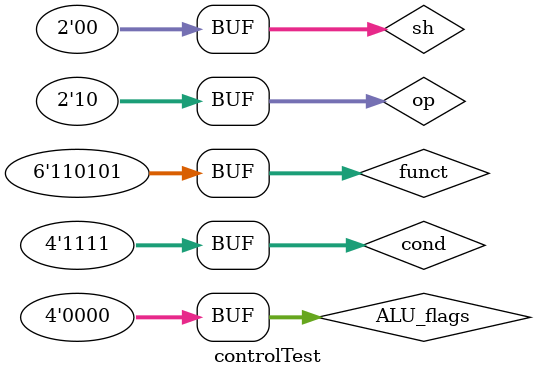
<source format=v>
`timescale 1ns / 1ps


module controlTest;

	// Inputs
	reg [3:0] cond;
	reg [1:0] op;
	reg [5:0] funct;
	reg [1:0] sh;
	reg [3:0] ALU_flags;

	// Outputs
	wire ALU_set;
	wire sel_PC;
	wire sel_dirA;
	wire [1:0] imm_src;
	wire reg_wr;
	wire sel_B;
	wire mem_wr;
	wire sel_WB;
	wire sel_dest;
	wire [2:0] ALU_ctrl;

	// Instantiate the Unit Under Test (UUT)
	Control uut (
		.cond(cond), 
		.op(op), 
		.funct(funct), 
		.sh(sh), 
		.ALU_flags(ALU_flags), 
		.ALU_set(ALU_set), 
		.sel_PC(sel_PC), 
		.sel_dirA(sel_dirA), 
		.imm_src(imm_src), 
		.reg_wr(reg_wr), 
		.sel_B(sel_B), 
		.mem_wr(mem_wr), 
		.sel_WB(sel_WB), 
		.sel_dest(sel_dest), 
		.ALU_ctrl(ALU_ctrl)
	);

	initial begin
		// Initialize Inputs
		cond = 0;
		op = 0;
		funct = 0;
		sh = 0;
		ALU_flags = 0;

		// Wait 100 ns for global reset to finish
		#100;
		
		#10; cond = 15; op= 0; funct = 6'b000100; sh = 0;//SUB
		#10; cond = 15; op= 0; funct = 6'b100100; sh = 0;//SUBI*
		#10; cond = 15; op= 0; funct = 6'b000101; sh = 0;//SUBS*
		#10; cond = 15; op= 0; funct = 6'b001000; sh = 0;//ADD
		#10; cond = 15; op= 0; funct = 6'b101000; sh = 0;//ADDI*
		#10; cond = 15; op= 0; funct = 6'b011000; sh = 0;//OR
		#10; cond = 15; op= 0; funct = 6'b111000; sh = 0;//ORI*
		#10; cond = 15; op= 0; funct = 6'b011010; sh = 0;//LSL
		#10; cond = 15; op= 0; funct = 6'b111010; sh = 0;//LSLI*
		#10; cond = 15; op= 0; funct = 6'b011010; sh = 1;//LSR
		#10; cond = 15; op= 0; funct = 6'b111010; sh = 1;//LSRI*

		#10; cond = 15; op= 0; funct = 6'b000000; sh = 0;//MUL
		
		#10; cond = 15; op= 1; funct = 6'b010100; sh = 0;//SDR
		#10; cond = 15; op= 1; funct = 6'b010101; sh = 0;//LDR
		
		#10; cond = 15; op= 2; funct = 6'b110101; sh = 0;//Branch
        
		// Add stimulus here

	end
      
endmodule




</source>
